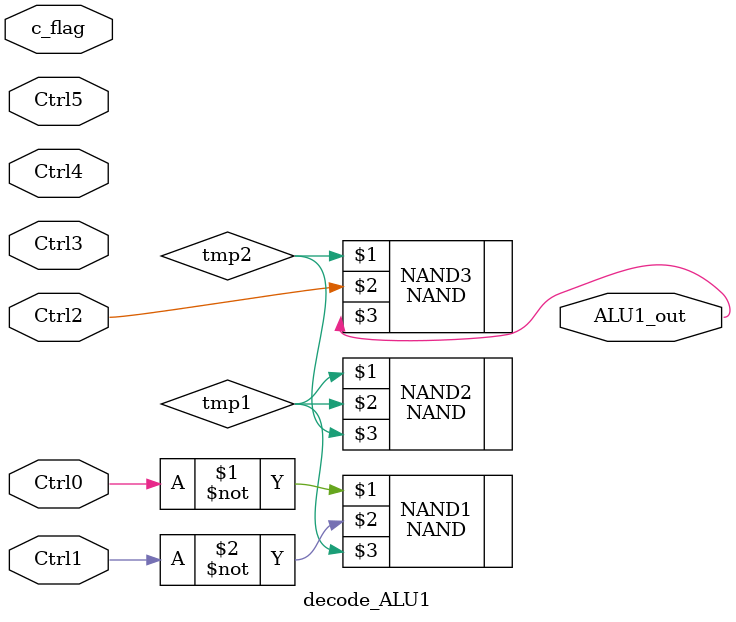
<source format=v>
module decode_ALU1(Ctrl0,Ctrl1,Ctrl2,Ctrl3,Ctrl4,Ctrl5,c_flag,ALU1_out);
    input Ctrl0,Ctrl1,Ctrl2,Ctrl3,Ctrl4,Ctrl5,c_flag;
    output ALU1_out;
    wire tmp1,tmp2;
    NAND NAND1(~Ctrl0,~Ctrl1,tmp1);
    NAND NAND2(tmp1,tmp1,tmp2);
    NAND NAND3(tmp2,Ctrl2,ALU1_out);
endmodule
</source>
